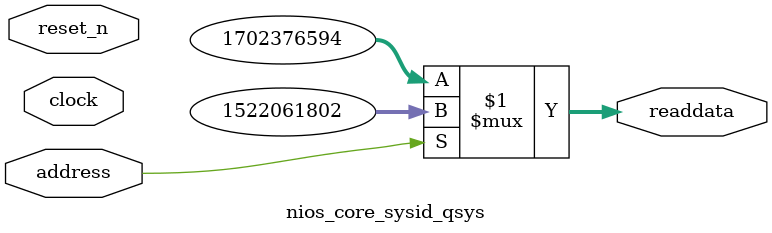
<source format=v>



// synthesis translate_off
`timescale 1ns / 1ps
// synthesis translate_on

// turn off superfluous verilog processor warnings 
// altera message_level Level1 
// altera message_off 10034 10035 10036 10037 10230 10240 10030 

module nios_core_sysid_qsys (
               // inputs:
                address,
                clock,
                reset_n,

               // outputs:
                readdata
             )
;

  output  [ 31: 0] readdata;
  input            address;
  input            clock;
  input            reset_n;

  wire    [ 31: 0] readdata;
  //control_slave, which is an e_avalon_slave
  assign readdata = address ? 1522061802 : 1702376594;

endmodule



</source>
